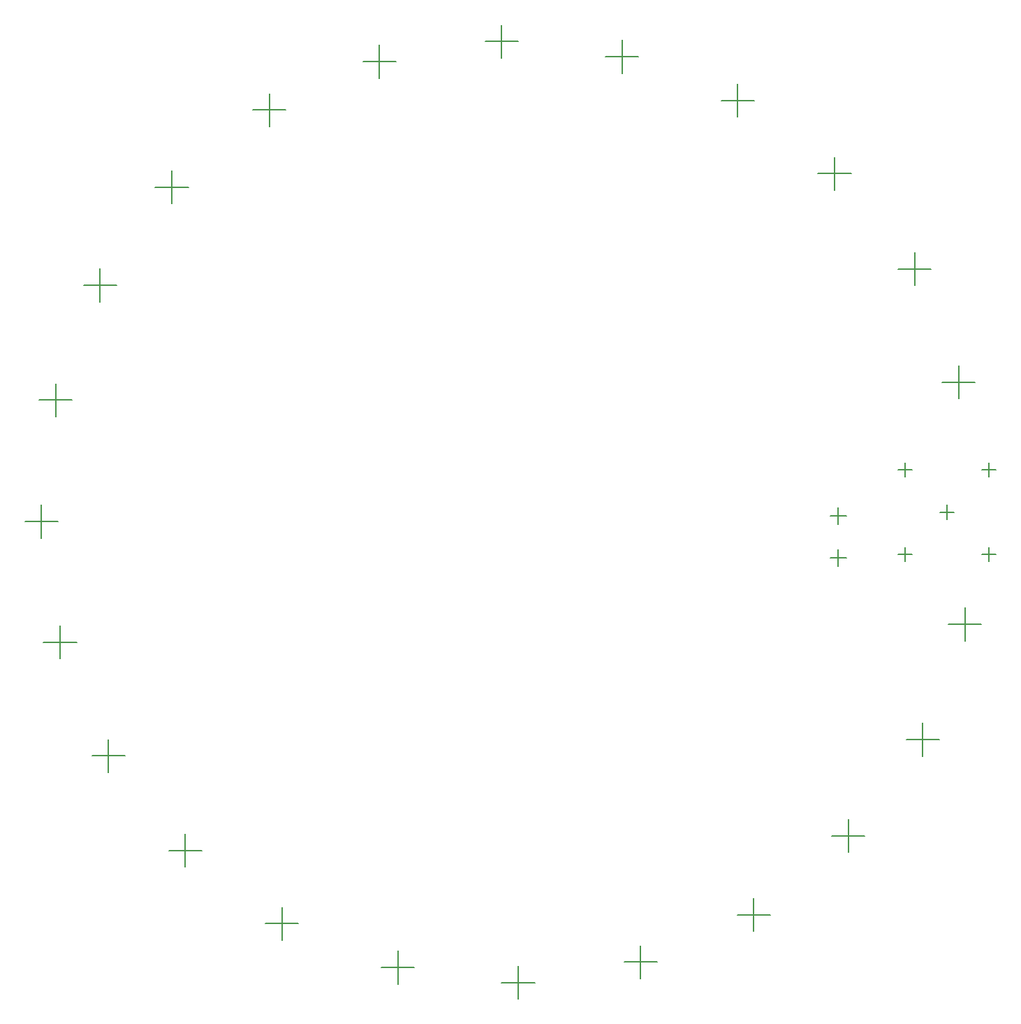
<source format=gbr>
%TF.GenerationSoftware,Altium Limited,Altium Designer,21.0.9 (235)*%
G04 Layer_Color=128*
%FSLAX45Y45*%
%MOMM*%
%TF.SameCoordinates,F7A25A3E-D5AF-42C8-93B9-E033C83BC228*%
%TF.FilePolarity,Positive*%
%TF.FileFunction,Drillmap*%
%TF.Part,Single*%
G01*
G75*
%TA.AperFunction,NonConductor*%
%ADD53C,0.12700*%
D53*
X3901582Y-3920697D02*
X4301582D01*
X4101582Y-4120697D02*
Y-3720697D01*
X1384894Y-5451377D02*
X1784894D01*
X1584894Y-5651377D02*
Y-5251377D01*
X-1559107Y-5516614D02*
X-1159107D01*
X-1359107Y-5716613D02*
Y-5316614D01*
X-4135328Y-4097974D02*
X-3735328D01*
X-3935328Y-4297974D02*
Y-3897974D01*
X-5654211Y-1577279D02*
X-5254211D01*
X-5454211Y-1777279D02*
Y-1377279D01*
X-5706367Y1355736D02*
X-5306367D01*
X-5506367Y1155736D02*
Y1555736D01*
X-4297974Y3935328D02*
X-3897974D01*
X-4097974Y3735328D02*
Y4135328D01*
X-1781286Y5457081D02*
X-1381286D01*
X-1581286Y5257081D02*
Y5657081D01*
X1159107Y5516614D02*
X1559107D01*
X1359107Y5316614D02*
Y5716614D01*
X3735328Y4097975D02*
X4135328D01*
X3935328Y3897975D02*
Y4297974D01*
X5241988Y1572866D02*
X5641987D01*
X5441988Y1372866D02*
Y1772866D01*
X5316614Y-1359107D02*
X5716614D01*
X5516614Y-1559106D02*
Y-1159107D01*
X3882500Y-46000D02*
X4082500D01*
X3982500Y-146000D02*
Y54000D01*
X3882500Y-554000D02*
X4082500D01*
X3982500Y-654000D02*
Y-454000D01*
X2563397Y4986345D02*
X2963397D01*
X2763397Y4786345D02*
Y5186345D01*
X4705943Y2943615D02*
X5105943D01*
X4905943Y2743616D02*
Y3143615D01*
X4805943Y-2756385D02*
X5205943D01*
X5005943Y-2956384D02*
Y-2556385D01*
X2756201Y-4879332D02*
X3156200D01*
X2956201Y-5079332D02*
Y-4679332D01*
X-100000Y-5700000D02*
X300000D01*
X100000Y-5900000D02*
Y-5500000D01*
X-2963397Y-4986345D02*
X-2563397D01*
X-2763397Y-5186345D02*
Y-4786345D01*
X-5066747Y-2951611D02*
X-4666747D01*
X-4866747Y-3151611D02*
Y-2751611D01*
X-5880402Y-115008D02*
X-5480402D01*
X-5680402Y-315008D02*
Y84992D01*
X-5166747Y2748389D02*
X-4766747D01*
X-4966747Y2548389D02*
Y2948389D01*
X-3117005Y4871337D02*
X-2717005D01*
X-2917005Y4671337D02*
Y5071337D01*
X-300000Y5700000D02*
X100000D01*
X-100000Y5500000D02*
Y5900000D01*
X5725000Y-510000D02*
X5895000D01*
X5810000Y-595000D02*
Y-425000D01*
X5725000Y510000D02*
X5895000D01*
X5810000Y425000D02*
Y595000D01*
X4705000Y510000D02*
X4875000D01*
X4790000Y425000D02*
Y595000D01*
X4705000Y-510000D02*
X4875000D01*
X4790000Y-595000D02*
Y-425000D01*
X5215000Y0D02*
X5385000D01*
X5300000Y-85000D02*
Y85000D01*
%TF.MD5,be8c0daf6205431ff82229cb8041f634*%
M02*

</source>
